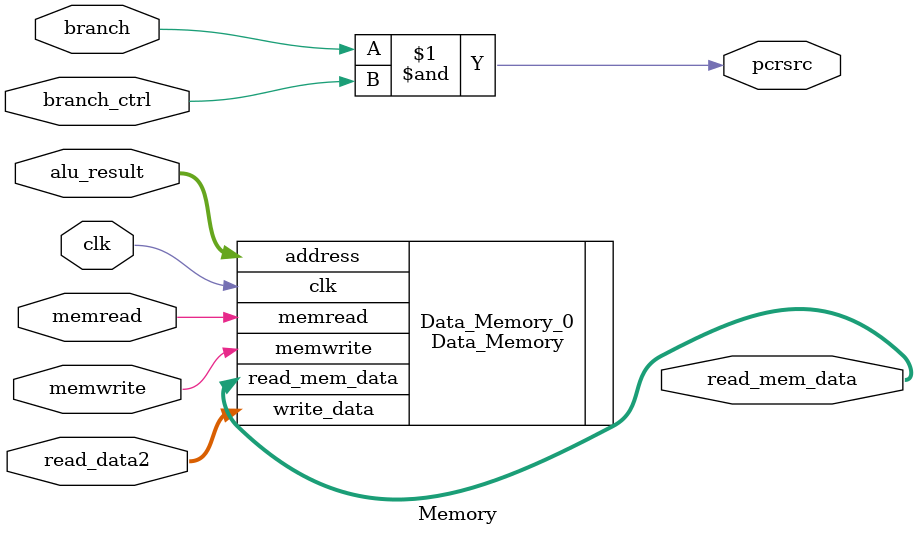
<source format=v>
`timescale 1ns / 1ps


module Memory(
input clk,
input branch,
input memwrite,
input memread,
input branch_ctrl,
input [31:0] alu_result,
input [31:0] read_data2,

output pcrsrc,
output [31:0] read_mem_data

    );
assign pcrsrc = branch & branch_ctrl;

Data_Memory Data_Memory_0 (.clk(clk),.address(alu_result),.write_data(read_data2),.memwrite(memwrite),.memread(memread),.read_mem_data(read_mem_data));

endmodule

</source>
